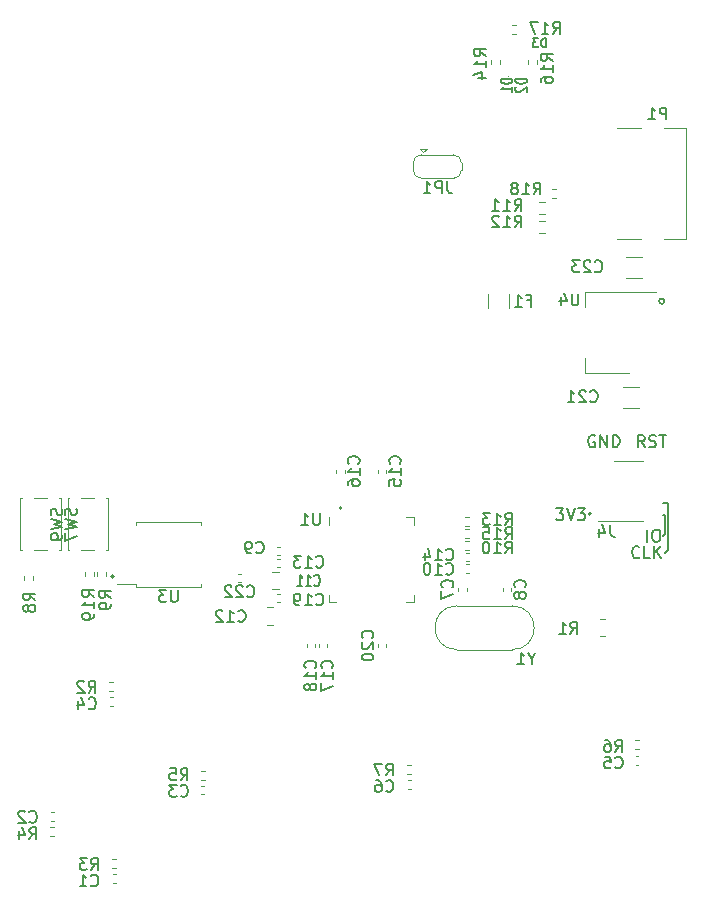
<source format=gbo>
G04 #@! TF.GenerationSoftware,KiCad,Pcbnew,5.1.9+dfsg1-1*
G04 #@! TF.CreationDate,2022-06-11T22:33:06-07:00*
G04 #@! TF.ProjectId,keygame,6b657967-616d-4652-9e6b-696361645f70,rev?*
G04 #@! TF.SameCoordinates,Original*
G04 #@! TF.FileFunction,Legend,Bot*
G04 #@! TF.FilePolarity,Positive*
%FSLAX46Y46*%
G04 Gerber Fmt 4.6, Leading zero omitted, Abs format (unit mm)*
G04 Created by KiCad (PCBNEW 5.1.9+dfsg1-1) date 2022-06-11 22:33:06*
%MOMM*%
%LPD*%
G01*
G04 APERTURE LIST*
%ADD10C,0.150000*%
%ADD11C,0.120000*%
%ADD12C,0.100000*%
G04 APERTURE END LIST*
D10*
X188323607Y-40100000D02*
G75*
G03*
X188323607Y-40100000I-223607J0D01*
G01*
X141700000Y-63400000D02*
G75*
G03*
X141700000Y-63400000I-100000J0D01*
G01*
X161000000Y-57600000D02*
G75*
G03*
X161000000Y-57600000I-100000J0D01*
G01*
X182100000Y-58100000D02*
G75*
G03*
X182100000Y-58100000I-100000J0D01*
G01*
X179161904Y-57652380D02*
X179780952Y-57652380D01*
X179447619Y-58033333D01*
X179590476Y-58033333D01*
X179685714Y-58080952D01*
X179733333Y-58128571D01*
X179780952Y-58223809D01*
X179780952Y-58461904D01*
X179733333Y-58557142D01*
X179685714Y-58604761D01*
X179590476Y-58652380D01*
X179304761Y-58652380D01*
X179209523Y-58604761D01*
X179161904Y-58557142D01*
X180066666Y-57652380D02*
X180400000Y-58652380D01*
X180733333Y-57652380D01*
X180971428Y-57652380D02*
X181590476Y-57652380D01*
X181257142Y-58033333D01*
X181400000Y-58033333D01*
X181495238Y-58080952D01*
X181542857Y-58128571D01*
X181590476Y-58223809D01*
X181590476Y-58461904D01*
X181542857Y-58557142D01*
X181495238Y-58604761D01*
X181400000Y-58652380D01*
X181114285Y-58652380D01*
X181019047Y-58604761D01*
X180971428Y-58557142D01*
X182438095Y-51500000D02*
X182342857Y-51452380D01*
X182200000Y-51452380D01*
X182057142Y-51500000D01*
X181961904Y-51595238D01*
X181914285Y-51690476D01*
X181866666Y-51880952D01*
X181866666Y-52023809D01*
X181914285Y-52214285D01*
X181961904Y-52309523D01*
X182057142Y-52404761D01*
X182200000Y-52452380D01*
X182295238Y-52452380D01*
X182438095Y-52404761D01*
X182485714Y-52357142D01*
X182485714Y-52023809D01*
X182295238Y-52023809D01*
X182914285Y-52452380D02*
X182914285Y-51452380D01*
X183485714Y-52452380D01*
X183485714Y-51452380D01*
X183961904Y-52452380D02*
X183961904Y-51452380D01*
X184200000Y-51452380D01*
X184342857Y-51500000D01*
X184438095Y-51595238D01*
X184485714Y-51690476D01*
X184533333Y-51880952D01*
X184533333Y-52023809D01*
X184485714Y-52214285D01*
X184438095Y-52309523D01*
X184342857Y-52404761D01*
X184200000Y-52452380D01*
X183961904Y-52452380D01*
X186652380Y-52452380D02*
X186319047Y-51976190D01*
X186080952Y-52452380D02*
X186080952Y-51452380D01*
X186461904Y-51452380D01*
X186557142Y-51500000D01*
X186604761Y-51547619D01*
X186652380Y-51642857D01*
X186652380Y-51785714D01*
X186604761Y-51880952D01*
X186557142Y-51928571D01*
X186461904Y-51976190D01*
X186080952Y-51976190D01*
X187033333Y-52404761D02*
X187176190Y-52452380D01*
X187414285Y-52452380D01*
X187509523Y-52404761D01*
X187557142Y-52357142D01*
X187604761Y-52261904D01*
X187604761Y-52166666D01*
X187557142Y-52071428D01*
X187509523Y-52023809D01*
X187414285Y-51976190D01*
X187223809Y-51928571D01*
X187128571Y-51880952D01*
X187080952Y-51833333D01*
X187033333Y-51738095D01*
X187033333Y-51642857D01*
X187080952Y-51547619D01*
X187128571Y-51500000D01*
X187223809Y-51452380D01*
X187461904Y-51452380D01*
X187604761Y-51500000D01*
X187890476Y-51452380D02*
X188461904Y-51452380D01*
X188176190Y-52452380D02*
X188176190Y-51452380D01*
X188400000Y-58200000D02*
X188200000Y-58200000D01*
X188600000Y-57200000D02*
X188200000Y-57200000D01*
X188600000Y-61200000D02*
X188600000Y-57200000D01*
X188400000Y-61400000D02*
X188600000Y-61200000D01*
X188400000Y-59800000D02*
X188400000Y-58200000D01*
X188200000Y-60000000D02*
X188400000Y-59800000D01*
X186204761Y-61757142D02*
X186157142Y-61804761D01*
X186014285Y-61852380D01*
X185919047Y-61852380D01*
X185776190Y-61804761D01*
X185680952Y-61709523D01*
X185633333Y-61614285D01*
X185585714Y-61423809D01*
X185585714Y-61280952D01*
X185633333Y-61090476D01*
X185680952Y-60995238D01*
X185776190Y-60900000D01*
X185919047Y-60852380D01*
X186014285Y-60852380D01*
X186157142Y-60900000D01*
X186204761Y-60947619D01*
X187109523Y-61852380D02*
X186633333Y-61852380D01*
X186633333Y-60852380D01*
X187442857Y-61852380D02*
X187442857Y-60852380D01*
X188014285Y-61852380D02*
X187585714Y-61280952D01*
X188014285Y-60852380D02*
X187442857Y-61423809D01*
X186876190Y-60452380D02*
X186876190Y-59452380D01*
X187542857Y-59452380D02*
X187733333Y-59452380D01*
X187828571Y-59500000D01*
X187923809Y-59595238D01*
X187971428Y-59785714D01*
X187971428Y-60119047D01*
X187923809Y-60309523D01*
X187828571Y-60404761D01*
X187733333Y-60452380D01*
X187542857Y-60452380D01*
X187447619Y-60404761D01*
X187352380Y-60309523D01*
X187304761Y-60119047D01*
X187304761Y-59785714D01*
X187352380Y-59595238D01*
X187447619Y-59500000D01*
X187542857Y-59452380D01*
D11*
G04 #@! TO.C,SW9*
X137920000Y-61200000D02*
X137800000Y-61200000D01*
X140070000Y-61200000D02*
X138930000Y-61200000D01*
X141200000Y-61200000D02*
X141080000Y-61200000D01*
X141200000Y-56800000D02*
X141200000Y-61200000D01*
X141080000Y-56800000D02*
X141200000Y-56800000D01*
X138930000Y-56800000D02*
X140070000Y-56800000D01*
X137800000Y-56800000D02*
X137920000Y-56800000D01*
X137800000Y-61200000D02*
X137800000Y-56800000D01*
G04 #@! TO.C,SW7*
X137200000Y-56800000D02*
X137200000Y-61200000D01*
X137200000Y-61200000D02*
X137080000Y-61200000D01*
X136070000Y-61200000D02*
X134930000Y-61200000D01*
X133920000Y-61200000D02*
X133800000Y-61200000D01*
X133800000Y-61200000D02*
X133800000Y-56800000D01*
X133800000Y-56800000D02*
X133920000Y-56800000D01*
X134930000Y-56800000D02*
X136070000Y-56800000D01*
X137080000Y-56800000D02*
X137200000Y-56800000D01*
G04 #@! TO.C,C1*
X141865835Y-88640000D02*
X141634165Y-88640000D01*
X141865835Y-89360000D02*
X141634165Y-89360000D01*
G04 #@! TO.C,C2*
X136384165Y-83390000D02*
X136615835Y-83390000D01*
X136384165Y-84110000D02*
X136615835Y-84110000D01*
G04 #@! TO.C,C3*
X149340835Y-81140000D02*
X149109165Y-81140000D01*
X149340835Y-81860000D02*
X149109165Y-81860000D01*
G04 #@! TO.C,C4*
X141615835Y-73640000D02*
X141384165Y-73640000D01*
X141615835Y-74360000D02*
X141384165Y-74360000D01*
G04 #@! TO.C,C5*
X186115835Y-79360000D02*
X185884165Y-79360000D01*
X186115835Y-78640000D02*
X185884165Y-78640000D01*
G04 #@! TO.C,C6*
X166865835Y-80640000D02*
X166634165Y-80640000D01*
X166865835Y-81360000D02*
X166634165Y-81360000D01*
G04 #@! TO.C,C9*
X155765835Y-61610000D02*
X155534165Y-61610000D01*
X155765835Y-60890000D02*
X155534165Y-60890000D01*
G04 #@! TO.C,C10*
X171534165Y-63110000D02*
X171765835Y-63110000D01*
X171534165Y-62390000D02*
X171765835Y-62390000D01*
G04 #@! TO.C,C11*
X155661252Y-63015000D02*
X155138748Y-63015000D01*
X155661252Y-64485000D02*
X155138748Y-64485000D01*
G04 #@! TO.C,C12*
X155161252Y-67485000D02*
X154638748Y-67485000D01*
X155161252Y-66015000D02*
X154638748Y-66015000D01*
G04 #@! TO.C,C13*
X155765835Y-61890000D02*
X155534165Y-61890000D01*
X155765835Y-62610000D02*
X155534165Y-62610000D01*
G04 #@! TO.C,C14*
X171534165Y-61390000D02*
X171765835Y-61390000D01*
X171534165Y-62110000D02*
X171765835Y-62110000D01*
G04 #@! TO.C,C15*
X164760000Y-54615835D02*
X164760000Y-54384165D01*
X164040000Y-54615835D02*
X164040000Y-54384165D01*
G04 #@! TO.C,C16*
X160540000Y-54615835D02*
X160540000Y-54384165D01*
X161260000Y-54615835D02*
X161260000Y-54384165D01*
G04 #@! TO.C,C17*
X159760000Y-69134165D02*
X159760000Y-69365835D01*
X159040000Y-69134165D02*
X159040000Y-69365835D01*
G04 #@! TO.C,C18*
X158040000Y-69134165D02*
X158040000Y-69365835D01*
X158760000Y-69134165D02*
X158760000Y-69365835D01*
G04 #@! TO.C,C19*
X155765835Y-65610000D02*
X155534165Y-65610000D01*
X155765835Y-64890000D02*
X155534165Y-64890000D01*
G04 #@! TO.C,C20*
X164040000Y-69134165D02*
X164040000Y-69365835D01*
X164760000Y-69134165D02*
X164760000Y-69365835D01*
G04 #@! TO.C,C22*
X152234165Y-63190000D02*
X152465835Y-63190000D01*
X152234165Y-63910000D02*
X152465835Y-63910000D01*
G04 #@! TO.C,J4*
X184090000Y-58730000D02*
X186510000Y-58730000D01*
X184090000Y-53610000D02*
X186510000Y-53610000D01*
X182710000Y-58680000D02*
X184090000Y-58680000D01*
X184090000Y-58730000D02*
X184090000Y-58680000D01*
X186510000Y-58730000D02*
X186510000Y-58680000D01*
X184090000Y-53660000D02*
X184090000Y-53610000D01*
X186510000Y-53660000D02*
X186510000Y-53610000D01*
G04 #@! TO.C,JP1*
X167900000Y-27500000D02*
X168200000Y-27200000D01*
X167600000Y-27200000D02*
X168200000Y-27200000D01*
X167900000Y-27500000D02*
X167600000Y-27200000D01*
X167050000Y-28400000D02*
X167050000Y-29000000D01*
X170500000Y-27700000D02*
X167700000Y-27700000D01*
X171150000Y-29000000D02*
X171150000Y-28400000D01*
X167700000Y-29700000D02*
X170500000Y-29700000D01*
X170450000Y-29700000D02*
G75*
G03*
X171150000Y-29000000I0J700000D01*
G01*
X171150000Y-28400000D02*
G75*
G03*
X170450000Y-27700000I-700000J0D01*
G01*
X167750000Y-27700000D02*
G75*
G03*
X167050000Y-28400000I0J-700000D01*
G01*
X167050000Y-29000000D02*
G75*
G03*
X167750000Y-29700000I700000J0D01*
G01*
G04 #@! TO.C,R1*
X182852936Y-68465000D02*
X183307064Y-68465000D01*
X182852936Y-66995000D02*
X183307064Y-66995000D01*
G04 #@! TO.C,R2*
X141667621Y-72370000D02*
X141332379Y-72370000D01*
X141667621Y-73130000D02*
X141332379Y-73130000D01*
G04 #@! TO.C,R3*
X141917621Y-87370000D02*
X141582379Y-87370000D01*
X141917621Y-88130000D02*
X141582379Y-88130000D01*
G04 #@! TO.C,R4*
X136332379Y-85380000D02*
X136667621Y-85380000D01*
X136332379Y-84620000D02*
X136667621Y-84620000D01*
G04 #@! TO.C,R5*
X149417621Y-79870000D02*
X149082379Y-79870000D01*
X149417621Y-80630000D02*
X149082379Y-80630000D01*
G04 #@! TO.C,R6*
X186167621Y-78050000D02*
X185832379Y-78050000D01*
X186167621Y-77290000D02*
X185832379Y-77290000D01*
G04 #@! TO.C,R7*
X166892621Y-79370000D02*
X166557379Y-79370000D01*
X166892621Y-80130000D02*
X166557379Y-80130000D01*
G04 #@! TO.C,R8*
X134880000Y-63667621D02*
X134880000Y-63332379D01*
X134120000Y-63667621D02*
X134120000Y-63332379D01*
G04 #@! TO.C,R9*
X140320000Y-63367621D02*
X140320000Y-63032379D01*
X141080000Y-63367621D02*
X141080000Y-63032379D01*
G04 #@! TO.C,R10*
X171817621Y-61130000D02*
X171482379Y-61130000D01*
X171817621Y-60370000D02*
X171482379Y-60370000D01*
G04 #@! TO.C,R13*
X171817621Y-59130000D02*
X171482379Y-59130000D01*
X171817621Y-58370000D02*
X171482379Y-58370000D01*
G04 #@! TO.C,R15*
X171817621Y-60130000D02*
X171482379Y-60130000D01*
X171817621Y-59370000D02*
X171482379Y-59370000D01*
G04 #@! TO.C,R18*
X179167621Y-30620000D02*
X178832379Y-30620000D01*
X179167621Y-31380000D02*
X178832379Y-31380000D01*
G04 #@! TO.C,R19*
X140030000Y-63032379D02*
X140030000Y-63367621D01*
X139270000Y-63032379D02*
X139270000Y-63367621D01*
G04 #@! TO.C,U1*
X159890000Y-64960000D02*
X159890000Y-65610000D01*
X159890000Y-65610000D02*
X160540000Y-65610000D01*
X167110000Y-59040000D02*
X167110000Y-58390000D01*
X167110000Y-58390000D02*
X166460000Y-58390000D01*
X167110000Y-64960000D02*
X167110000Y-65610000D01*
X167110000Y-65610000D02*
X166460000Y-65610000D01*
X159890000Y-59040000D02*
X159890000Y-58390000D01*
G04 #@! TO.C,U3*
X146350000Y-58825000D02*
X149075000Y-58825000D01*
X149075000Y-58825000D02*
X149075000Y-59085000D01*
X146350000Y-58825000D02*
X143625000Y-58825000D01*
X143625000Y-58825000D02*
X143625000Y-59085000D01*
X146350000Y-64275000D02*
X149075000Y-64275000D01*
X149075000Y-64275000D02*
X149075000Y-64015000D01*
X146350000Y-64275000D02*
X143625000Y-64275000D01*
X143625000Y-64275000D02*
X143625000Y-64015000D01*
X143625000Y-64015000D02*
X141950000Y-64015000D01*
G04 #@! TO.C,U4*
X181590000Y-46160000D02*
X181590000Y-44900000D01*
X181590000Y-39340000D02*
X181590000Y-40600000D01*
X185350000Y-46160000D02*
X181590000Y-46160000D01*
X187600000Y-39340000D02*
X181590000Y-39340000D01*
G04 #@! TO.C,Y1*
X175450000Y-65900000D02*
X170750000Y-65900000D01*
X175450000Y-69600000D02*
X170750000Y-69600000D01*
X175450000Y-69600000D02*
G75*
G03*
X175450000Y-65900000I0J1850000D01*
G01*
X170750000Y-69600000D02*
G75*
G02*
X170750000Y-65900000I0J1850000D01*
G01*
G04 #@! TO.C,C7*
X171610000Y-64615835D02*
X171610000Y-64384165D01*
X170890000Y-64615835D02*
X170890000Y-64384165D01*
G04 #@! TO.C,C8*
X174640000Y-64615835D02*
X174640000Y-64384165D01*
X175360000Y-64615835D02*
X175360000Y-64384165D01*
G04 #@! TO.C,P1*
X188250000Y-25410000D02*
X190150000Y-25410000D01*
X184350000Y-25410000D02*
X186350000Y-25410000D01*
X188250000Y-34810000D02*
X190150000Y-34810000D01*
X184350000Y-34810000D02*
X186350000Y-34810000D01*
X190150000Y-25410000D02*
X190150000Y-34810000D01*
D12*
G04 #@! TO.C,D1*
X175120000Y-21107500D02*
G75*
G03*
X175120000Y-21107500I-50000J0D01*
G01*
G04 #@! TO.C,D2*
X176170000Y-21105000D02*
G75*
G03*
X176170000Y-21105000I-50000J0D01*
G01*
G04 #@! TO.C,D3*
X176875000Y-18150000D02*
G75*
G03*
X176875000Y-18150000I-50000J0D01*
G01*
D11*
G04 #@! TO.C,R14*
X174400000Y-20027621D02*
X174400000Y-19692379D01*
X173640000Y-20027621D02*
X173640000Y-19692379D01*
G04 #@! TO.C,R16*
X176800000Y-20027621D02*
X176800000Y-19692379D01*
X177560000Y-20027621D02*
X177560000Y-19692379D01*
G04 #@! TO.C,R17*
X175727621Y-16700000D02*
X175392379Y-16700000D01*
X175727621Y-17460000D02*
X175392379Y-17460000D01*
G04 #@! TO.C,C21*
X186211252Y-49160000D02*
X184788748Y-49160000D01*
X186211252Y-47340000D02*
X184788748Y-47340000D01*
G04 #@! TO.C,C23*
X185038748Y-38160000D02*
X186461252Y-38160000D01*
X185038748Y-36340000D02*
X186461252Y-36340000D01*
G04 #@! TO.C,R11*
X178254724Y-32722500D02*
X177745276Y-32722500D01*
X178254724Y-31677500D02*
X177745276Y-31677500D01*
G04 #@! TO.C,R12*
X178254724Y-33277500D02*
X177745276Y-33277500D01*
X178254724Y-34322500D02*
X177745276Y-34322500D01*
G04 #@! TO.C,F1*
X175210000Y-40702064D02*
X175210000Y-39497936D01*
X173390000Y-40702064D02*
X173390000Y-39497936D01*
G04 #@! TO.C,SW9*
D10*
X137304761Y-57666666D02*
X137352380Y-57809523D01*
X137352380Y-58047619D01*
X137304761Y-58142857D01*
X137257142Y-58190476D01*
X137161904Y-58238095D01*
X137066666Y-58238095D01*
X136971428Y-58190476D01*
X136923809Y-58142857D01*
X136876190Y-58047619D01*
X136828571Y-57857142D01*
X136780952Y-57761904D01*
X136733333Y-57714285D01*
X136638095Y-57666666D01*
X136542857Y-57666666D01*
X136447619Y-57714285D01*
X136400000Y-57761904D01*
X136352380Y-57857142D01*
X136352380Y-58095238D01*
X136400000Y-58238095D01*
X136352380Y-58571428D02*
X137352380Y-58809523D01*
X136638095Y-59000000D01*
X137352380Y-59190476D01*
X136352380Y-59428571D01*
X137352380Y-59857142D02*
X137352380Y-60047619D01*
X137304761Y-60142857D01*
X137257142Y-60190476D01*
X137114285Y-60285714D01*
X136923809Y-60333333D01*
X136542857Y-60333333D01*
X136447619Y-60285714D01*
X136400000Y-60238095D01*
X136352380Y-60142857D01*
X136352380Y-59952380D01*
X136400000Y-59857142D01*
X136447619Y-59809523D01*
X136542857Y-59761904D01*
X136780952Y-59761904D01*
X136876190Y-59809523D01*
X136923809Y-59857142D01*
X136971428Y-59952380D01*
X136971428Y-60142857D01*
X136923809Y-60238095D01*
X136876190Y-60285714D01*
X136780952Y-60333333D01*
G04 #@! TO.C,SW7*
X138504761Y-57666666D02*
X138552380Y-57809523D01*
X138552380Y-58047619D01*
X138504761Y-58142857D01*
X138457142Y-58190476D01*
X138361904Y-58238095D01*
X138266666Y-58238095D01*
X138171428Y-58190476D01*
X138123809Y-58142857D01*
X138076190Y-58047619D01*
X138028571Y-57857142D01*
X137980952Y-57761904D01*
X137933333Y-57714285D01*
X137838095Y-57666666D01*
X137742857Y-57666666D01*
X137647619Y-57714285D01*
X137600000Y-57761904D01*
X137552380Y-57857142D01*
X137552380Y-58095238D01*
X137600000Y-58238095D01*
X137552380Y-58571428D02*
X138552380Y-58809523D01*
X137838095Y-59000000D01*
X138552380Y-59190476D01*
X137552380Y-59428571D01*
X137552380Y-59714285D02*
X137552380Y-60380952D01*
X138552380Y-59952380D01*
G04 #@! TO.C,C1*
X139766666Y-89557142D02*
X139814285Y-89604761D01*
X139957142Y-89652380D01*
X140052380Y-89652380D01*
X140195238Y-89604761D01*
X140290476Y-89509523D01*
X140338095Y-89414285D01*
X140385714Y-89223809D01*
X140385714Y-89080952D01*
X140338095Y-88890476D01*
X140290476Y-88795238D01*
X140195238Y-88700000D01*
X140052380Y-88652380D01*
X139957142Y-88652380D01*
X139814285Y-88700000D01*
X139766666Y-88747619D01*
X138814285Y-89652380D02*
X139385714Y-89652380D01*
X139100000Y-89652380D02*
X139100000Y-88652380D01*
X139195238Y-88795238D01*
X139290476Y-88890476D01*
X139385714Y-88938095D01*
G04 #@! TO.C,C2*
X134566666Y-84157142D02*
X134614285Y-84204761D01*
X134757142Y-84252380D01*
X134852380Y-84252380D01*
X134995238Y-84204761D01*
X135090476Y-84109523D01*
X135138095Y-84014285D01*
X135185714Y-83823809D01*
X135185714Y-83680952D01*
X135138095Y-83490476D01*
X135090476Y-83395238D01*
X134995238Y-83300000D01*
X134852380Y-83252380D01*
X134757142Y-83252380D01*
X134614285Y-83300000D01*
X134566666Y-83347619D01*
X134185714Y-83347619D02*
X134138095Y-83300000D01*
X134042857Y-83252380D01*
X133804761Y-83252380D01*
X133709523Y-83300000D01*
X133661904Y-83347619D01*
X133614285Y-83442857D01*
X133614285Y-83538095D01*
X133661904Y-83680952D01*
X134233333Y-84252380D01*
X133614285Y-84252380D01*
G04 #@! TO.C,C3*
X147366666Y-81957142D02*
X147414285Y-82004761D01*
X147557142Y-82052380D01*
X147652380Y-82052380D01*
X147795238Y-82004761D01*
X147890476Y-81909523D01*
X147938095Y-81814285D01*
X147985714Y-81623809D01*
X147985714Y-81480952D01*
X147938095Y-81290476D01*
X147890476Y-81195238D01*
X147795238Y-81100000D01*
X147652380Y-81052380D01*
X147557142Y-81052380D01*
X147414285Y-81100000D01*
X147366666Y-81147619D01*
X147033333Y-81052380D02*
X146414285Y-81052380D01*
X146747619Y-81433333D01*
X146604761Y-81433333D01*
X146509523Y-81480952D01*
X146461904Y-81528571D01*
X146414285Y-81623809D01*
X146414285Y-81861904D01*
X146461904Y-81957142D01*
X146509523Y-82004761D01*
X146604761Y-82052380D01*
X146890476Y-82052380D01*
X146985714Y-82004761D01*
X147033333Y-81957142D01*
G04 #@! TO.C,C4*
X139566666Y-74557142D02*
X139614285Y-74604761D01*
X139757142Y-74652380D01*
X139852380Y-74652380D01*
X139995238Y-74604761D01*
X140090476Y-74509523D01*
X140138095Y-74414285D01*
X140185714Y-74223809D01*
X140185714Y-74080952D01*
X140138095Y-73890476D01*
X140090476Y-73795238D01*
X139995238Y-73700000D01*
X139852380Y-73652380D01*
X139757142Y-73652380D01*
X139614285Y-73700000D01*
X139566666Y-73747619D01*
X138709523Y-73985714D02*
X138709523Y-74652380D01*
X138947619Y-73604761D02*
X139185714Y-74319047D01*
X138566666Y-74319047D01*
G04 #@! TO.C,C5*
X184166666Y-79557142D02*
X184214285Y-79604761D01*
X184357142Y-79652380D01*
X184452380Y-79652380D01*
X184595238Y-79604761D01*
X184690476Y-79509523D01*
X184738095Y-79414285D01*
X184785714Y-79223809D01*
X184785714Y-79080952D01*
X184738095Y-78890476D01*
X184690476Y-78795238D01*
X184595238Y-78700000D01*
X184452380Y-78652380D01*
X184357142Y-78652380D01*
X184214285Y-78700000D01*
X184166666Y-78747619D01*
X183261904Y-78652380D02*
X183738095Y-78652380D01*
X183785714Y-79128571D01*
X183738095Y-79080952D01*
X183642857Y-79033333D01*
X183404761Y-79033333D01*
X183309523Y-79080952D01*
X183261904Y-79128571D01*
X183214285Y-79223809D01*
X183214285Y-79461904D01*
X183261904Y-79557142D01*
X183309523Y-79604761D01*
X183404761Y-79652380D01*
X183642857Y-79652380D01*
X183738095Y-79604761D01*
X183785714Y-79557142D01*
G04 #@! TO.C,C6*
X164766666Y-81557142D02*
X164814285Y-81604761D01*
X164957142Y-81652380D01*
X165052380Y-81652380D01*
X165195238Y-81604761D01*
X165290476Y-81509523D01*
X165338095Y-81414285D01*
X165385714Y-81223809D01*
X165385714Y-81080952D01*
X165338095Y-80890476D01*
X165290476Y-80795238D01*
X165195238Y-80700000D01*
X165052380Y-80652380D01*
X164957142Y-80652380D01*
X164814285Y-80700000D01*
X164766666Y-80747619D01*
X163909523Y-80652380D02*
X164100000Y-80652380D01*
X164195238Y-80700000D01*
X164242857Y-80747619D01*
X164338095Y-80890476D01*
X164385714Y-81080952D01*
X164385714Y-81461904D01*
X164338095Y-81557142D01*
X164290476Y-81604761D01*
X164195238Y-81652380D01*
X164004761Y-81652380D01*
X163909523Y-81604761D01*
X163861904Y-81557142D01*
X163814285Y-81461904D01*
X163814285Y-81223809D01*
X163861904Y-81128571D01*
X163909523Y-81080952D01*
X164004761Y-81033333D01*
X164195238Y-81033333D01*
X164290476Y-81080952D01*
X164338095Y-81128571D01*
X164385714Y-81223809D01*
G04 #@! TO.C,C9*
X153766666Y-61357142D02*
X153814285Y-61404761D01*
X153957142Y-61452380D01*
X154052380Y-61452380D01*
X154195238Y-61404761D01*
X154290476Y-61309523D01*
X154338095Y-61214285D01*
X154385714Y-61023809D01*
X154385714Y-60880952D01*
X154338095Y-60690476D01*
X154290476Y-60595238D01*
X154195238Y-60500000D01*
X154052380Y-60452380D01*
X153957142Y-60452380D01*
X153814285Y-60500000D01*
X153766666Y-60547619D01*
X153290476Y-61452380D02*
X153100000Y-61452380D01*
X153004761Y-61404761D01*
X152957142Y-61357142D01*
X152861904Y-61214285D01*
X152814285Y-61023809D01*
X152814285Y-60642857D01*
X152861904Y-60547619D01*
X152909523Y-60500000D01*
X153004761Y-60452380D01*
X153195238Y-60452380D01*
X153290476Y-60500000D01*
X153338095Y-60547619D01*
X153385714Y-60642857D01*
X153385714Y-60880952D01*
X153338095Y-60976190D01*
X153290476Y-61023809D01*
X153195238Y-61071428D01*
X153004761Y-61071428D01*
X152909523Y-61023809D01*
X152861904Y-60976190D01*
X152814285Y-60880952D01*
G04 #@! TO.C,C10*
X169842857Y-63157142D02*
X169890476Y-63204761D01*
X170033333Y-63252380D01*
X170128571Y-63252380D01*
X170271428Y-63204761D01*
X170366666Y-63109523D01*
X170414285Y-63014285D01*
X170461904Y-62823809D01*
X170461904Y-62680952D01*
X170414285Y-62490476D01*
X170366666Y-62395238D01*
X170271428Y-62300000D01*
X170128571Y-62252380D01*
X170033333Y-62252380D01*
X169890476Y-62300000D01*
X169842857Y-62347619D01*
X168890476Y-63252380D02*
X169461904Y-63252380D01*
X169176190Y-63252380D02*
X169176190Y-62252380D01*
X169271428Y-62395238D01*
X169366666Y-62490476D01*
X169461904Y-62538095D01*
X168271428Y-62252380D02*
X168176190Y-62252380D01*
X168080952Y-62300000D01*
X168033333Y-62347619D01*
X167985714Y-62442857D01*
X167938095Y-62633333D01*
X167938095Y-62871428D01*
X167985714Y-63061904D01*
X168033333Y-63157142D01*
X168080952Y-63204761D01*
X168176190Y-63252380D01*
X168271428Y-63252380D01*
X168366666Y-63204761D01*
X168414285Y-63157142D01*
X168461904Y-63061904D01*
X168509523Y-62871428D01*
X168509523Y-62633333D01*
X168461904Y-62442857D01*
X168414285Y-62347619D01*
X168366666Y-62300000D01*
X168271428Y-62252380D01*
G04 #@! TO.C,C11*
X158682142Y-64157142D02*
X158717857Y-64204761D01*
X158825000Y-64252380D01*
X158896428Y-64252380D01*
X159003571Y-64204761D01*
X159075000Y-64109523D01*
X159110714Y-64014285D01*
X159146428Y-63823809D01*
X159146428Y-63680952D01*
X159110714Y-63490476D01*
X159075000Y-63395238D01*
X159003571Y-63300000D01*
X158896428Y-63252380D01*
X158825000Y-63252380D01*
X158717857Y-63300000D01*
X158682142Y-63347619D01*
X157967857Y-64252380D02*
X158396428Y-64252380D01*
X158182142Y-64252380D02*
X158182142Y-63252380D01*
X158253571Y-63395238D01*
X158325000Y-63490476D01*
X158396428Y-63538095D01*
X157253571Y-64252380D02*
X157682142Y-64252380D01*
X157467857Y-64252380D02*
X157467857Y-63252380D01*
X157539285Y-63395238D01*
X157610714Y-63490476D01*
X157682142Y-63538095D01*
G04 #@! TO.C,C12*
X152242857Y-67157142D02*
X152290476Y-67204761D01*
X152433333Y-67252380D01*
X152528571Y-67252380D01*
X152671428Y-67204761D01*
X152766666Y-67109523D01*
X152814285Y-67014285D01*
X152861904Y-66823809D01*
X152861904Y-66680952D01*
X152814285Y-66490476D01*
X152766666Y-66395238D01*
X152671428Y-66300000D01*
X152528571Y-66252380D01*
X152433333Y-66252380D01*
X152290476Y-66300000D01*
X152242857Y-66347619D01*
X151290476Y-67252380D02*
X151861904Y-67252380D01*
X151576190Y-67252380D02*
X151576190Y-66252380D01*
X151671428Y-66395238D01*
X151766666Y-66490476D01*
X151861904Y-66538095D01*
X150909523Y-66347619D02*
X150861904Y-66300000D01*
X150766666Y-66252380D01*
X150528571Y-66252380D01*
X150433333Y-66300000D01*
X150385714Y-66347619D01*
X150338095Y-66442857D01*
X150338095Y-66538095D01*
X150385714Y-66680952D01*
X150957142Y-67252380D01*
X150338095Y-67252380D01*
G04 #@! TO.C,C13*
X158842857Y-62557142D02*
X158890476Y-62604761D01*
X159033333Y-62652380D01*
X159128571Y-62652380D01*
X159271428Y-62604761D01*
X159366666Y-62509523D01*
X159414285Y-62414285D01*
X159461904Y-62223809D01*
X159461904Y-62080952D01*
X159414285Y-61890476D01*
X159366666Y-61795238D01*
X159271428Y-61700000D01*
X159128571Y-61652380D01*
X159033333Y-61652380D01*
X158890476Y-61700000D01*
X158842857Y-61747619D01*
X157890476Y-62652380D02*
X158461904Y-62652380D01*
X158176190Y-62652380D02*
X158176190Y-61652380D01*
X158271428Y-61795238D01*
X158366666Y-61890476D01*
X158461904Y-61938095D01*
X157557142Y-61652380D02*
X156938095Y-61652380D01*
X157271428Y-62033333D01*
X157128571Y-62033333D01*
X157033333Y-62080952D01*
X156985714Y-62128571D01*
X156938095Y-62223809D01*
X156938095Y-62461904D01*
X156985714Y-62557142D01*
X157033333Y-62604761D01*
X157128571Y-62652380D01*
X157414285Y-62652380D01*
X157509523Y-62604761D01*
X157557142Y-62557142D01*
G04 #@! TO.C,C14*
X169842857Y-61957142D02*
X169890476Y-62004761D01*
X170033333Y-62052380D01*
X170128571Y-62052380D01*
X170271428Y-62004761D01*
X170366666Y-61909523D01*
X170414285Y-61814285D01*
X170461904Y-61623809D01*
X170461904Y-61480952D01*
X170414285Y-61290476D01*
X170366666Y-61195238D01*
X170271428Y-61100000D01*
X170128571Y-61052380D01*
X170033333Y-61052380D01*
X169890476Y-61100000D01*
X169842857Y-61147619D01*
X168890476Y-62052380D02*
X169461904Y-62052380D01*
X169176190Y-62052380D02*
X169176190Y-61052380D01*
X169271428Y-61195238D01*
X169366666Y-61290476D01*
X169461904Y-61338095D01*
X168033333Y-61385714D02*
X168033333Y-62052380D01*
X168271428Y-61004761D02*
X168509523Y-61719047D01*
X167890476Y-61719047D01*
G04 #@! TO.C,C15*
X165917142Y-53857142D02*
X165964761Y-53809523D01*
X166012380Y-53666666D01*
X166012380Y-53571428D01*
X165964761Y-53428571D01*
X165869523Y-53333333D01*
X165774285Y-53285714D01*
X165583809Y-53238095D01*
X165440952Y-53238095D01*
X165250476Y-53285714D01*
X165155238Y-53333333D01*
X165060000Y-53428571D01*
X165012380Y-53571428D01*
X165012380Y-53666666D01*
X165060000Y-53809523D01*
X165107619Y-53857142D01*
X166012380Y-54809523D02*
X166012380Y-54238095D01*
X166012380Y-54523809D02*
X165012380Y-54523809D01*
X165155238Y-54428571D01*
X165250476Y-54333333D01*
X165298095Y-54238095D01*
X165012380Y-55714285D02*
X165012380Y-55238095D01*
X165488571Y-55190476D01*
X165440952Y-55238095D01*
X165393333Y-55333333D01*
X165393333Y-55571428D01*
X165440952Y-55666666D01*
X165488571Y-55714285D01*
X165583809Y-55761904D01*
X165821904Y-55761904D01*
X165917142Y-55714285D01*
X165964761Y-55666666D01*
X166012380Y-55571428D01*
X166012380Y-55333333D01*
X165964761Y-55238095D01*
X165917142Y-55190476D01*
G04 #@! TO.C,C16*
X162417142Y-53857142D02*
X162464761Y-53809523D01*
X162512380Y-53666666D01*
X162512380Y-53571428D01*
X162464761Y-53428571D01*
X162369523Y-53333333D01*
X162274285Y-53285714D01*
X162083809Y-53238095D01*
X161940952Y-53238095D01*
X161750476Y-53285714D01*
X161655238Y-53333333D01*
X161560000Y-53428571D01*
X161512380Y-53571428D01*
X161512380Y-53666666D01*
X161560000Y-53809523D01*
X161607619Y-53857142D01*
X162512380Y-54809523D02*
X162512380Y-54238095D01*
X162512380Y-54523809D02*
X161512380Y-54523809D01*
X161655238Y-54428571D01*
X161750476Y-54333333D01*
X161798095Y-54238095D01*
X161512380Y-55666666D02*
X161512380Y-55476190D01*
X161560000Y-55380952D01*
X161607619Y-55333333D01*
X161750476Y-55238095D01*
X161940952Y-55190476D01*
X162321904Y-55190476D01*
X162417142Y-55238095D01*
X162464761Y-55285714D01*
X162512380Y-55380952D01*
X162512380Y-55571428D01*
X162464761Y-55666666D01*
X162417142Y-55714285D01*
X162321904Y-55761904D01*
X162083809Y-55761904D01*
X161988571Y-55714285D01*
X161940952Y-55666666D01*
X161893333Y-55571428D01*
X161893333Y-55380952D01*
X161940952Y-55285714D01*
X161988571Y-55238095D01*
X162083809Y-55190476D01*
G04 #@! TO.C,C17*
X160157142Y-71157142D02*
X160204761Y-71109523D01*
X160252380Y-70966666D01*
X160252380Y-70871428D01*
X160204761Y-70728571D01*
X160109523Y-70633333D01*
X160014285Y-70585714D01*
X159823809Y-70538095D01*
X159680952Y-70538095D01*
X159490476Y-70585714D01*
X159395238Y-70633333D01*
X159300000Y-70728571D01*
X159252380Y-70871428D01*
X159252380Y-70966666D01*
X159300000Y-71109523D01*
X159347619Y-71157142D01*
X160252380Y-72109523D02*
X160252380Y-71538095D01*
X160252380Y-71823809D02*
X159252380Y-71823809D01*
X159395238Y-71728571D01*
X159490476Y-71633333D01*
X159538095Y-71538095D01*
X159252380Y-72442857D02*
X159252380Y-73109523D01*
X160252380Y-72680952D01*
G04 #@! TO.C,C18*
X158757142Y-71157142D02*
X158804761Y-71109523D01*
X158852380Y-70966666D01*
X158852380Y-70871428D01*
X158804761Y-70728571D01*
X158709523Y-70633333D01*
X158614285Y-70585714D01*
X158423809Y-70538095D01*
X158280952Y-70538095D01*
X158090476Y-70585714D01*
X157995238Y-70633333D01*
X157900000Y-70728571D01*
X157852380Y-70871428D01*
X157852380Y-70966666D01*
X157900000Y-71109523D01*
X157947619Y-71157142D01*
X158852380Y-72109523D02*
X158852380Y-71538095D01*
X158852380Y-71823809D02*
X157852380Y-71823809D01*
X157995238Y-71728571D01*
X158090476Y-71633333D01*
X158138095Y-71538095D01*
X158280952Y-72680952D02*
X158233333Y-72585714D01*
X158185714Y-72538095D01*
X158090476Y-72490476D01*
X158042857Y-72490476D01*
X157947619Y-72538095D01*
X157900000Y-72585714D01*
X157852380Y-72680952D01*
X157852380Y-72871428D01*
X157900000Y-72966666D01*
X157947619Y-73014285D01*
X158042857Y-73061904D01*
X158090476Y-73061904D01*
X158185714Y-73014285D01*
X158233333Y-72966666D01*
X158280952Y-72871428D01*
X158280952Y-72680952D01*
X158328571Y-72585714D01*
X158376190Y-72538095D01*
X158471428Y-72490476D01*
X158661904Y-72490476D01*
X158757142Y-72538095D01*
X158804761Y-72585714D01*
X158852380Y-72680952D01*
X158852380Y-72871428D01*
X158804761Y-72966666D01*
X158757142Y-73014285D01*
X158661904Y-73061904D01*
X158471428Y-73061904D01*
X158376190Y-73014285D01*
X158328571Y-72966666D01*
X158280952Y-72871428D01*
G04 #@! TO.C,C19*
X158842857Y-65757142D02*
X158890476Y-65804761D01*
X159033333Y-65852380D01*
X159128571Y-65852380D01*
X159271428Y-65804761D01*
X159366666Y-65709523D01*
X159414285Y-65614285D01*
X159461904Y-65423809D01*
X159461904Y-65280952D01*
X159414285Y-65090476D01*
X159366666Y-64995238D01*
X159271428Y-64900000D01*
X159128571Y-64852380D01*
X159033333Y-64852380D01*
X158890476Y-64900000D01*
X158842857Y-64947619D01*
X157890476Y-65852380D02*
X158461904Y-65852380D01*
X158176190Y-65852380D02*
X158176190Y-64852380D01*
X158271428Y-64995238D01*
X158366666Y-65090476D01*
X158461904Y-65138095D01*
X157414285Y-65852380D02*
X157223809Y-65852380D01*
X157128571Y-65804761D01*
X157080952Y-65757142D01*
X156985714Y-65614285D01*
X156938095Y-65423809D01*
X156938095Y-65042857D01*
X156985714Y-64947619D01*
X157033333Y-64900000D01*
X157128571Y-64852380D01*
X157319047Y-64852380D01*
X157414285Y-64900000D01*
X157461904Y-64947619D01*
X157509523Y-65042857D01*
X157509523Y-65280952D01*
X157461904Y-65376190D01*
X157414285Y-65423809D01*
X157319047Y-65471428D01*
X157128571Y-65471428D01*
X157033333Y-65423809D01*
X156985714Y-65376190D01*
X156938095Y-65280952D01*
G04 #@! TO.C,C20*
X163597142Y-68607142D02*
X163644761Y-68559523D01*
X163692380Y-68416666D01*
X163692380Y-68321428D01*
X163644761Y-68178571D01*
X163549523Y-68083333D01*
X163454285Y-68035714D01*
X163263809Y-67988095D01*
X163120952Y-67988095D01*
X162930476Y-68035714D01*
X162835238Y-68083333D01*
X162740000Y-68178571D01*
X162692380Y-68321428D01*
X162692380Y-68416666D01*
X162740000Y-68559523D01*
X162787619Y-68607142D01*
X162787619Y-68988095D02*
X162740000Y-69035714D01*
X162692380Y-69130952D01*
X162692380Y-69369047D01*
X162740000Y-69464285D01*
X162787619Y-69511904D01*
X162882857Y-69559523D01*
X162978095Y-69559523D01*
X163120952Y-69511904D01*
X163692380Y-68940476D01*
X163692380Y-69559523D01*
X162692380Y-70178571D02*
X162692380Y-70273809D01*
X162740000Y-70369047D01*
X162787619Y-70416666D01*
X162882857Y-70464285D01*
X163073333Y-70511904D01*
X163311428Y-70511904D01*
X163501904Y-70464285D01*
X163597142Y-70416666D01*
X163644761Y-70369047D01*
X163692380Y-70273809D01*
X163692380Y-70178571D01*
X163644761Y-70083333D01*
X163597142Y-70035714D01*
X163501904Y-69988095D01*
X163311428Y-69940476D01*
X163073333Y-69940476D01*
X162882857Y-69988095D01*
X162787619Y-70035714D01*
X162740000Y-70083333D01*
X162692380Y-70178571D01*
G04 #@! TO.C,C22*
X152992857Y-65067142D02*
X153040476Y-65114761D01*
X153183333Y-65162380D01*
X153278571Y-65162380D01*
X153421428Y-65114761D01*
X153516666Y-65019523D01*
X153564285Y-64924285D01*
X153611904Y-64733809D01*
X153611904Y-64590952D01*
X153564285Y-64400476D01*
X153516666Y-64305238D01*
X153421428Y-64210000D01*
X153278571Y-64162380D01*
X153183333Y-64162380D01*
X153040476Y-64210000D01*
X152992857Y-64257619D01*
X152611904Y-64257619D02*
X152564285Y-64210000D01*
X152469047Y-64162380D01*
X152230952Y-64162380D01*
X152135714Y-64210000D01*
X152088095Y-64257619D01*
X152040476Y-64352857D01*
X152040476Y-64448095D01*
X152088095Y-64590952D01*
X152659523Y-65162380D01*
X152040476Y-65162380D01*
X151659523Y-64257619D02*
X151611904Y-64210000D01*
X151516666Y-64162380D01*
X151278571Y-64162380D01*
X151183333Y-64210000D01*
X151135714Y-64257619D01*
X151088095Y-64352857D01*
X151088095Y-64448095D01*
X151135714Y-64590952D01*
X151707142Y-65162380D01*
X151088095Y-65162380D01*
G04 #@! TO.C,J4*
X183733333Y-59052380D02*
X183733333Y-59766666D01*
X183780952Y-59909523D01*
X183876190Y-60004761D01*
X184019047Y-60052380D01*
X184114285Y-60052380D01*
X182828571Y-59385714D02*
X182828571Y-60052380D01*
X183066666Y-59004761D02*
X183304761Y-59719047D01*
X182685714Y-59719047D01*
G04 #@! TO.C,JP1*
X169933333Y-29952380D02*
X169933333Y-30666666D01*
X169980952Y-30809523D01*
X170076190Y-30904761D01*
X170219047Y-30952380D01*
X170314285Y-30952380D01*
X169457142Y-30952380D02*
X169457142Y-29952380D01*
X169076190Y-29952380D01*
X168980952Y-30000000D01*
X168933333Y-30047619D01*
X168885714Y-30142857D01*
X168885714Y-30285714D01*
X168933333Y-30380952D01*
X168980952Y-30428571D01*
X169076190Y-30476190D01*
X169457142Y-30476190D01*
X167933333Y-30952380D02*
X168504761Y-30952380D01*
X168219047Y-30952380D02*
X168219047Y-29952380D01*
X168314285Y-30095238D01*
X168409523Y-30190476D01*
X168504761Y-30238095D01*
G04 #@! TO.C,R1*
X180366666Y-68252380D02*
X180700000Y-67776190D01*
X180938095Y-68252380D02*
X180938095Y-67252380D01*
X180557142Y-67252380D01*
X180461904Y-67300000D01*
X180414285Y-67347619D01*
X180366666Y-67442857D01*
X180366666Y-67585714D01*
X180414285Y-67680952D01*
X180461904Y-67728571D01*
X180557142Y-67776190D01*
X180938095Y-67776190D01*
X179414285Y-68252380D02*
X179985714Y-68252380D01*
X179700000Y-68252380D02*
X179700000Y-67252380D01*
X179795238Y-67395238D01*
X179890476Y-67490476D01*
X179985714Y-67538095D01*
G04 #@! TO.C,R2*
X139566666Y-73252380D02*
X139900000Y-72776190D01*
X140138095Y-73252380D02*
X140138095Y-72252380D01*
X139757142Y-72252380D01*
X139661904Y-72300000D01*
X139614285Y-72347619D01*
X139566666Y-72442857D01*
X139566666Y-72585714D01*
X139614285Y-72680952D01*
X139661904Y-72728571D01*
X139757142Y-72776190D01*
X140138095Y-72776190D01*
X139185714Y-72347619D02*
X139138095Y-72300000D01*
X139042857Y-72252380D01*
X138804761Y-72252380D01*
X138709523Y-72300000D01*
X138661904Y-72347619D01*
X138614285Y-72442857D01*
X138614285Y-72538095D01*
X138661904Y-72680952D01*
X139233333Y-73252380D01*
X138614285Y-73252380D01*
G04 #@! TO.C,R3*
X139766666Y-88252380D02*
X140100000Y-87776190D01*
X140338095Y-88252380D02*
X140338095Y-87252380D01*
X139957142Y-87252380D01*
X139861904Y-87300000D01*
X139814285Y-87347619D01*
X139766666Y-87442857D01*
X139766666Y-87585714D01*
X139814285Y-87680952D01*
X139861904Y-87728571D01*
X139957142Y-87776190D01*
X140338095Y-87776190D01*
X139433333Y-87252380D02*
X138814285Y-87252380D01*
X139147619Y-87633333D01*
X139004761Y-87633333D01*
X138909523Y-87680952D01*
X138861904Y-87728571D01*
X138814285Y-87823809D01*
X138814285Y-88061904D01*
X138861904Y-88157142D01*
X138909523Y-88204761D01*
X139004761Y-88252380D01*
X139290476Y-88252380D01*
X139385714Y-88204761D01*
X139433333Y-88157142D01*
G04 #@! TO.C,R4*
X134566666Y-85652380D02*
X134900000Y-85176190D01*
X135138095Y-85652380D02*
X135138095Y-84652380D01*
X134757142Y-84652380D01*
X134661904Y-84700000D01*
X134614285Y-84747619D01*
X134566666Y-84842857D01*
X134566666Y-84985714D01*
X134614285Y-85080952D01*
X134661904Y-85128571D01*
X134757142Y-85176190D01*
X135138095Y-85176190D01*
X133709523Y-84985714D02*
X133709523Y-85652380D01*
X133947619Y-84604761D02*
X134185714Y-85319047D01*
X133566666Y-85319047D01*
G04 #@! TO.C,R5*
X147366666Y-80652380D02*
X147700000Y-80176190D01*
X147938095Y-80652380D02*
X147938095Y-79652380D01*
X147557142Y-79652380D01*
X147461904Y-79700000D01*
X147414285Y-79747619D01*
X147366666Y-79842857D01*
X147366666Y-79985714D01*
X147414285Y-80080952D01*
X147461904Y-80128571D01*
X147557142Y-80176190D01*
X147938095Y-80176190D01*
X146461904Y-79652380D02*
X146938095Y-79652380D01*
X146985714Y-80128571D01*
X146938095Y-80080952D01*
X146842857Y-80033333D01*
X146604761Y-80033333D01*
X146509523Y-80080952D01*
X146461904Y-80128571D01*
X146414285Y-80223809D01*
X146414285Y-80461904D01*
X146461904Y-80557142D01*
X146509523Y-80604761D01*
X146604761Y-80652380D01*
X146842857Y-80652380D01*
X146938095Y-80604761D01*
X146985714Y-80557142D01*
G04 #@! TO.C,R6*
X184166666Y-78252380D02*
X184500000Y-77776190D01*
X184738095Y-78252380D02*
X184738095Y-77252380D01*
X184357142Y-77252380D01*
X184261904Y-77300000D01*
X184214285Y-77347619D01*
X184166666Y-77442857D01*
X184166666Y-77585714D01*
X184214285Y-77680952D01*
X184261904Y-77728571D01*
X184357142Y-77776190D01*
X184738095Y-77776190D01*
X183309523Y-77252380D02*
X183500000Y-77252380D01*
X183595238Y-77300000D01*
X183642857Y-77347619D01*
X183738095Y-77490476D01*
X183785714Y-77680952D01*
X183785714Y-78061904D01*
X183738095Y-78157142D01*
X183690476Y-78204761D01*
X183595238Y-78252380D01*
X183404761Y-78252380D01*
X183309523Y-78204761D01*
X183261904Y-78157142D01*
X183214285Y-78061904D01*
X183214285Y-77823809D01*
X183261904Y-77728571D01*
X183309523Y-77680952D01*
X183404761Y-77633333D01*
X183595238Y-77633333D01*
X183690476Y-77680952D01*
X183738095Y-77728571D01*
X183785714Y-77823809D01*
G04 #@! TO.C,R7*
X164766666Y-80252380D02*
X165100000Y-79776190D01*
X165338095Y-80252380D02*
X165338095Y-79252380D01*
X164957142Y-79252380D01*
X164861904Y-79300000D01*
X164814285Y-79347619D01*
X164766666Y-79442857D01*
X164766666Y-79585714D01*
X164814285Y-79680952D01*
X164861904Y-79728571D01*
X164957142Y-79776190D01*
X165338095Y-79776190D01*
X164433333Y-79252380D02*
X163766666Y-79252380D01*
X164195238Y-80252380D01*
G04 #@! TO.C,R8*
X135052380Y-65433333D02*
X134576190Y-65100000D01*
X135052380Y-64861904D02*
X134052380Y-64861904D01*
X134052380Y-65242857D01*
X134100000Y-65338095D01*
X134147619Y-65385714D01*
X134242857Y-65433333D01*
X134385714Y-65433333D01*
X134480952Y-65385714D01*
X134528571Y-65338095D01*
X134576190Y-65242857D01*
X134576190Y-64861904D01*
X134480952Y-66004761D02*
X134433333Y-65909523D01*
X134385714Y-65861904D01*
X134290476Y-65814285D01*
X134242857Y-65814285D01*
X134147619Y-65861904D01*
X134100000Y-65909523D01*
X134052380Y-66004761D01*
X134052380Y-66195238D01*
X134100000Y-66290476D01*
X134147619Y-66338095D01*
X134242857Y-66385714D01*
X134290476Y-66385714D01*
X134385714Y-66338095D01*
X134433333Y-66290476D01*
X134480952Y-66195238D01*
X134480952Y-66004761D01*
X134528571Y-65909523D01*
X134576190Y-65861904D01*
X134671428Y-65814285D01*
X134861904Y-65814285D01*
X134957142Y-65861904D01*
X135004761Y-65909523D01*
X135052380Y-66004761D01*
X135052380Y-66195238D01*
X135004761Y-66290476D01*
X134957142Y-66338095D01*
X134861904Y-66385714D01*
X134671428Y-66385714D01*
X134576190Y-66338095D01*
X134528571Y-66290476D01*
X134480952Y-66195238D01*
G04 #@! TO.C,R9*
X141452380Y-65233333D02*
X140976190Y-64900000D01*
X141452380Y-64661904D02*
X140452380Y-64661904D01*
X140452380Y-65042857D01*
X140500000Y-65138095D01*
X140547619Y-65185714D01*
X140642857Y-65233333D01*
X140785714Y-65233333D01*
X140880952Y-65185714D01*
X140928571Y-65138095D01*
X140976190Y-65042857D01*
X140976190Y-64661904D01*
X141452380Y-65709523D02*
X141452380Y-65900000D01*
X141404761Y-65995238D01*
X141357142Y-66042857D01*
X141214285Y-66138095D01*
X141023809Y-66185714D01*
X140642857Y-66185714D01*
X140547619Y-66138095D01*
X140500000Y-66090476D01*
X140452380Y-65995238D01*
X140452380Y-65804761D01*
X140500000Y-65709523D01*
X140547619Y-65661904D01*
X140642857Y-65614285D01*
X140880952Y-65614285D01*
X140976190Y-65661904D01*
X141023809Y-65709523D01*
X141071428Y-65804761D01*
X141071428Y-65995238D01*
X141023809Y-66090476D01*
X140976190Y-66138095D01*
X140880952Y-66185714D01*
G04 #@! TO.C,R10*
X174842857Y-61452380D02*
X175176190Y-60976190D01*
X175414285Y-61452380D02*
X175414285Y-60452380D01*
X175033333Y-60452380D01*
X174938095Y-60500000D01*
X174890476Y-60547619D01*
X174842857Y-60642857D01*
X174842857Y-60785714D01*
X174890476Y-60880952D01*
X174938095Y-60928571D01*
X175033333Y-60976190D01*
X175414285Y-60976190D01*
X173890476Y-61452380D02*
X174461904Y-61452380D01*
X174176190Y-61452380D02*
X174176190Y-60452380D01*
X174271428Y-60595238D01*
X174366666Y-60690476D01*
X174461904Y-60738095D01*
X173271428Y-60452380D02*
X173176190Y-60452380D01*
X173080952Y-60500000D01*
X173033333Y-60547619D01*
X172985714Y-60642857D01*
X172938095Y-60833333D01*
X172938095Y-61071428D01*
X172985714Y-61261904D01*
X173033333Y-61357142D01*
X173080952Y-61404761D01*
X173176190Y-61452380D01*
X173271428Y-61452380D01*
X173366666Y-61404761D01*
X173414285Y-61357142D01*
X173461904Y-61261904D01*
X173509523Y-61071428D01*
X173509523Y-60833333D01*
X173461904Y-60642857D01*
X173414285Y-60547619D01*
X173366666Y-60500000D01*
X173271428Y-60452380D01*
G04 #@! TO.C,R13*
X174842857Y-59052380D02*
X175176190Y-58576190D01*
X175414285Y-59052380D02*
X175414285Y-58052380D01*
X175033333Y-58052380D01*
X174938095Y-58100000D01*
X174890476Y-58147619D01*
X174842857Y-58242857D01*
X174842857Y-58385714D01*
X174890476Y-58480952D01*
X174938095Y-58528571D01*
X175033333Y-58576190D01*
X175414285Y-58576190D01*
X173890476Y-59052380D02*
X174461904Y-59052380D01*
X174176190Y-59052380D02*
X174176190Y-58052380D01*
X174271428Y-58195238D01*
X174366666Y-58290476D01*
X174461904Y-58338095D01*
X173557142Y-58052380D02*
X172938095Y-58052380D01*
X173271428Y-58433333D01*
X173128571Y-58433333D01*
X173033333Y-58480952D01*
X172985714Y-58528571D01*
X172938095Y-58623809D01*
X172938095Y-58861904D01*
X172985714Y-58957142D01*
X173033333Y-59004761D01*
X173128571Y-59052380D01*
X173414285Y-59052380D01*
X173509523Y-59004761D01*
X173557142Y-58957142D01*
G04 #@! TO.C,R15*
X174842857Y-60252380D02*
X175176190Y-59776190D01*
X175414285Y-60252380D02*
X175414285Y-59252380D01*
X175033333Y-59252380D01*
X174938095Y-59300000D01*
X174890476Y-59347619D01*
X174842857Y-59442857D01*
X174842857Y-59585714D01*
X174890476Y-59680952D01*
X174938095Y-59728571D01*
X175033333Y-59776190D01*
X175414285Y-59776190D01*
X173890476Y-60252380D02*
X174461904Y-60252380D01*
X174176190Y-60252380D02*
X174176190Y-59252380D01*
X174271428Y-59395238D01*
X174366666Y-59490476D01*
X174461904Y-59538095D01*
X172985714Y-59252380D02*
X173461904Y-59252380D01*
X173509523Y-59728571D01*
X173461904Y-59680952D01*
X173366666Y-59633333D01*
X173128571Y-59633333D01*
X173033333Y-59680952D01*
X172985714Y-59728571D01*
X172938095Y-59823809D01*
X172938095Y-60061904D01*
X172985714Y-60157142D01*
X173033333Y-60204761D01*
X173128571Y-60252380D01*
X173366666Y-60252380D01*
X173461904Y-60204761D01*
X173509523Y-60157142D01*
G04 #@! TO.C,R18*
X177242857Y-31052380D02*
X177576190Y-30576190D01*
X177814285Y-31052380D02*
X177814285Y-30052380D01*
X177433333Y-30052380D01*
X177338095Y-30100000D01*
X177290476Y-30147619D01*
X177242857Y-30242857D01*
X177242857Y-30385714D01*
X177290476Y-30480952D01*
X177338095Y-30528571D01*
X177433333Y-30576190D01*
X177814285Y-30576190D01*
X176290476Y-31052380D02*
X176861904Y-31052380D01*
X176576190Y-31052380D02*
X176576190Y-30052380D01*
X176671428Y-30195238D01*
X176766666Y-30290476D01*
X176861904Y-30338095D01*
X175719047Y-30480952D02*
X175814285Y-30433333D01*
X175861904Y-30385714D01*
X175909523Y-30290476D01*
X175909523Y-30242857D01*
X175861904Y-30147619D01*
X175814285Y-30100000D01*
X175719047Y-30052380D01*
X175528571Y-30052380D01*
X175433333Y-30100000D01*
X175385714Y-30147619D01*
X175338095Y-30242857D01*
X175338095Y-30290476D01*
X175385714Y-30385714D01*
X175433333Y-30433333D01*
X175528571Y-30480952D01*
X175719047Y-30480952D01*
X175814285Y-30528571D01*
X175861904Y-30576190D01*
X175909523Y-30671428D01*
X175909523Y-30861904D01*
X175861904Y-30957142D01*
X175814285Y-31004761D01*
X175719047Y-31052380D01*
X175528571Y-31052380D01*
X175433333Y-31004761D01*
X175385714Y-30957142D01*
X175338095Y-30861904D01*
X175338095Y-30671428D01*
X175385714Y-30576190D01*
X175433333Y-30528571D01*
X175528571Y-30480952D01*
G04 #@! TO.C,R19*
X140052380Y-65157142D02*
X139576190Y-64823809D01*
X140052380Y-64585714D02*
X139052380Y-64585714D01*
X139052380Y-64966666D01*
X139100000Y-65061904D01*
X139147619Y-65109523D01*
X139242857Y-65157142D01*
X139385714Y-65157142D01*
X139480952Y-65109523D01*
X139528571Y-65061904D01*
X139576190Y-64966666D01*
X139576190Y-64585714D01*
X140052380Y-66109523D02*
X140052380Y-65538095D01*
X140052380Y-65823809D02*
X139052380Y-65823809D01*
X139195238Y-65728571D01*
X139290476Y-65633333D01*
X139338095Y-65538095D01*
X140052380Y-66585714D02*
X140052380Y-66776190D01*
X140004761Y-66871428D01*
X139957142Y-66919047D01*
X139814285Y-67014285D01*
X139623809Y-67061904D01*
X139242857Y-67061904D01*
X139147619Y-67014285D01*
X139100000Y-66966666D01*
X139052380Y-66871428D01*
X139052380Y-66680952D01*
X139100000Y-66585714D01*
X139147619Y-66538095D01*
X139242857Y-66490476D01*
X139480952Y-66490476D01*
X139576190Y-66538095D01*
X139623809Y-66585714D01*
X139671428Y-66680952D01*
X139671428Y-66871428D01*
X139623809Y-66966666D01*
X139576190Y-67014285D01*
X139480952Y-67061904D01*
G04 #@! TO.C,U1*
X159161904Y-58052380D02*
X159161904Y-58861904D01*
X159114285Y-58957142D01*
X159066666Y-59004761D01*
X158971428Y-59052380D01*
X158780952Y-59052380D01*
X158685714Y-59004761D01*
X158638095Y-58957142D01*
X158590476Y-58861904D01*
X158590476Y-58052380D01*
X157590476Y-59052380D02*
X158161904Y-59052380D01*
X157876190Y-59052380D02*
X157876190Y-58052380D01*
X157971428Y-58195238D01*
X158066666Y-58290476D01*
X158161904Y-58338095D01*
G04 #@! TO.C,U3*
X147111904Y-64562380D02*
X147111904Y-65371904D01*
X147064285Y-65467142D01*
X147016666Y-65514761D01*
X146921428Y-65562380D01*
X146730952Y-65562380D01*
X146635714Y-65514761D01*
X146588095Y-65467142D01*
X146540476Y-65371904D01*
X146540476Y-64562380D01*
X146159523Y-64562380D02*
X145540476Y-64562380D01*
X145873809Y-64943333D01*
X145730952Y-64943333D01*
X145635714Y-64990952D01*
X145588095Y-65038571D01*
X145540476Y-65133809D01*
X145540476Y-65371904D01*
X145588095Y-65467142D01*
X145635714Y-65514761D01*
X145730952Y-65562380D01*
X146016666Y-65562380D01*
X146111904Y-65514761D01*
X146159523Y-65467142D01*
G04 #@! TO.C,U4*
X181041904Y-39452380D02*
X181041904Y-40261904D01*
X180994285Y-40357142D01*
X180946666Y-40404761D01*
X180851428Y-40452380D01*
X180660952Y-40452380D01*
X180565714Y-40404761D01*
X180518095Y-40357142D01*
X180470476Y-40261904D01*
X180470476Y-39452380D01*
X179565714Y-39785714D02*
X179565714Y-40452380D01*
X179803809Y-39404761D02*
X180041904Y-40119047D01*
X179422857Y-40119047D01*
G04 #@! TO.C,Y1*
X177076190Y-70376190D02*
X177076190Y-70852380D01*
X177409523Y-69852380D02*
X177076190Y-70376190D01*
X176742857Y-69852380D01*
X175885714Y-70852380D02*
X176457142Y-70852380D01*
X176171428Y-70852380D02*
X176171428Y-69852380D01*
X176266666Y-69995238D01*
X176361904Y-70090476D01*
X176457142Y-70138095D01*
G04 #@! TO.C,C7*
X170357142Y-64333333D02*
X170404761Y-64285714D01*
X170452380Y-64142857D01*
X170452380Y-64047619D01*
X170404761Y-63904761D01*
X170309523Y-63809523D01*
X170214285Y-63761904D01*
X170023809Y-63714285D01*
X169880952Y-63714285D01*
X169690476Y-63761904D01*
X169595238Y-63809523D01*
X169500000Y-63904761D01*
X169452380Y-64047619D01*
X169452380Y-64142857D01*
X169500000Y-64285714D01*
X169547619Y-64333333D01*
X169452380Y-64666666D02*
X169452380Y-65333333D01*
X170452380Y-64904761D01*
G04 #@! TO.C,C8*
X176517142Y-64333333D02*
X176564761Y-64285714D01*
X176612380Y-64142857D01*
X176612380Y-64047619D01*
X176564761Y-63904761D01*
X176469523Y-63809523D01*
X176374285Y-63761904D01*
X176183809Y-63714285D01*
X176040952Y-63714285D01*
X175850476Y-63761904D01*
X175755238Y-63809523D01*
X175660000Y-63904761D01*
X175612380Y-64047619D01*
X175612380Y-64142857D01*
X175660000Y-64285714D01*
X175707619Y-64333333D01*
X176040952Y-64904761D02*
X175993333Y-64809523D01*
X175945714Y-64761904D01*
X175850476Y-64714285D01*
X175802857Y-64714285D01*
X175707619Y-64761904D01*
X175660000Y-64809523D01*
X175612380Y-64904761D01*
X175612380Y-65095238D01*
X175660000Y-65190476D01*
X175707619Y-65238095D01*
X175802857Y-65285714D01*
X175850476Y-65285714D01*
X175945714Y-65238095D01*
X175993333Y-65190476D01*
X176040952Y-65095238D01*
X176040952Y-64904761D01*
X176088571Y-64809523D01*
X176136190Y-64761904D01*
X176231428Y-64714285D01*
X176421904Y-64714285D01*
X176517142Y-64761904D01*
X176564761Y-64809523D01*
X176612380Y-64904761D01*
X176612380Y-65095238D01*
X176564761Y-65190476D01*
X176517142Y-65238095D01*
X176421904Y-65285714D01*
X176231428Y-65285714D01*
X176136190Y-65238095D01*
X176088571Y-65190476D01*
X176040952Y-65095238D01*
G04 #@! TO.C,P1*
X188488095Y-24702380D02*
X188488095Y-23702380D01*
X188107142Y-23702380D01*
X188011904Y-23750000D01*
X187964285Y-23797619D01*
X187916666Y-23892857D01*
X187916666Y-24035714D01*
X187964285Y-24130952D01*
X188011904Y-24178571D01*
X188107142Y-24226190D01*
X188488095Y-24226190D01*
X186964285Y-24702380D02*
X187535714Y-24702380D01*
X187250000Y-24702380D02*
X187250000Y-23702380D01*
X187345238Y-23845238D01*
X187440476Y-23940476D01*
X187535714Y-23988095D01*
G04 #@! TO.C,D1*
X175452380Y-21246428D02*
X174452380Y-21246428D01*
X174452380Y-21425000D01*
X174500000Y-21532142D01*
X174595238Y-21603571D01*
X174690476Y-21639285D01*
X174880952Y-21675000D01*
X175023809Y-21675000D01*
X175214285Y-21639285D01*
X175309523Y-21603571D01*
X175404761Y-21532142D01*
X175452380Y-21425000D01*
X175452380Y-21246428D01*
X175452380Y-22389285D02*
X175452380Y-21960714D01*
X175452380Y-22175000D02*
X174452380Y-22175000D01*
X174595238Y-22103571D01*
X174690476Y-22032142D01*
X174738095Y-21960714D01*
G04 #@! TO.C,D2*
X176702380Y-21246428D02*
X175702380Y-21246428D01*
X175702380Y-21425000D01*
X175750000Y-21532142D01*
X175845238Y-21603571D01*
X175940476Y-21639285D01*
X176130952Y-21675000D01*
X176273809Y-21675000D01*
X176464285Y-21639285D01*
X176559523Y-21603571D01*
X176654761Y-21532142D01*
X176702380Y-21425000D01*
X176702380Y-21246428D01*
X175797619Y-21960714D02*
X175750000Y-21996428D01*
X175702380Y-22067857D01*
X175702380Y-22246428D01*
X175750000Y-22317857D01*
X175797619Y-22353571D01*
X175892857Y-22389285D01*
X175988095Y-22389285D01*
X176130952Y-22353571D01*
X176702380Y-21925000D01*
X176702380Y-22389285D01*
G04 #@! TO.C,D3*
X178303571Y-18589285D02*
X178303571Y-17839285D01*
X178125000Y-17839285D01*
X178017857Y-17875000D01*
X177946428Y-17946428D01*
X177910714Y-18017857D01*
X177875000Y-18160714D01*
X177875000Y-18267857D01*
X177910714Y-18410714D01*
X177946428Y-18482142D01*
X178017857Y-18553571D01*
X178125000Y-18589285D01*
X178303571Y-18589285D01*
X177625000Y-17839285D02*
X177160714Y-17839285D01*
X177410714Y-18125000D01*
X177303571Y-18125000D01*
X177232142Y-18160714D01*
X177196428Y-18196428D01*
X177160714Y-18267857D01*
X177160714Y-18446428D01*
X177196428Y-18517857D01*
X177232142Y-18553571D01*
X177303571Y-18589285D01*
X177517857Y-18589285D01*
X177589285Y-18553571D01*
X177625000Y-18517857D01*
G04 #@! TO.C,R14*
X173202380Y-19357142D02*
X172726190Y-19023809D01*
X173202380Y-18785714D02*
X172202380Y-18785714D01*
X172202380Y-19166666D01*
X172250000Y-19261904D01*
X172297619Y-19309523D01*
X172392857Y-19357142D01*
X172535714Y-19357142D01*
X172630952Y-19309523D01*
X172678571Y-19261904D01*
X172726190Y-19166666D01*
X172726190Y-18785714D01*
X173202380Y-20309523D02*
X173202380Y-19738095D01*
X173202380Y-20023809D02*
X172202380Y-20023809D01*
X172345238Y-19928571D01*
X172440476Y-19833333D01*
X172488095Y-19738095D01*
X172535714Y-21166666D02*
X173202380Y-21166666D01*
X172154761Y-20928571D02*
X172869047Y-20690476D01*
X172869047Y-21309523D01*
G04 #@! TO.C,R16*
X178852380Y-19757142D02*
X178376190Y-19423809D01*
X178852380Y-19185714D02*
X177852380Y-19185714D01*
X177852380Y-19566666D01*
X177900000Y-19661904D01*
X177947619Y-19709523D01*
X178042857Y-19757142D01*
X178185714Y-19757142D01*
X178280952Y-19709523D01*
X178328571Y-19661904D01*
X178376190Y-19566666D01*
X178376190Y-19185714D01*
X178852380Y-20709523D02*
X178852380Y-20138095D01*
X178852380Y-20423809D02*
X177852380Y-20423809D01*
X177995238Y-20328571D01*
X178090476Y-20233333D01*
X178138095Y-20138095D01*
X177852380Y-21566666D02*
X177852380Y-21376190D01*
X177900000Y-21280952D01*
X177947619Y-21233333D01*
X178090476Y-21138095D01*
X178280952Y-21090476D01*
X178661904Y-21090476D01*
X178757142Y-21138095D01*
X178804761Y-21185714D01*
X178852380Y-21280952D01*
X178852380Y-21471428D01*
X178804761Y-21566666D01*
X178757142Y-21614285D01*
X178661904Y-21661904D01*
X178423809Y-21661904D01*
X178328571Y-21614285D01*
X178280952Y-21566666D01*
X178233333Y-21471428D01*
X178233333Y-21280952D01*
X178280952Y-21185714D01*
X178328571Y-21138095D01*
X178423809Y-21090476D01*
G04 #@! TO.C,R17*
X178892857Y-17452380D02*
X179226190Y-16976190D01*
X179464285Y-17452380D02*
X179464285Y-16452380D01*
X179083333Y-16452380D01*
X178988095Y-16500000D01*
X178940476Y-16547619D01*
X178892857Y-16642857D01*
X178892857Y-16785714D01*
X178940476Y-16880952D01*
X178988095Y-16928571D01*
X179083333Y-16976190D01*
X179464285Y-16976190D01*
X177940476Y-17452380D02*
X178511904Y-17452380D01*
X178226190Y-17452380D02*
X178226190Y-16452380D01*
X178321428Y-16595238D01*
X178416666Y-16690476D01*
X178511904Y-16738095D01*
X177607142Y-16452380D02*
X176940476Y-16452380D01*
X177369047Y-17452380D01*
G04 #@! TO.C,C21*
X182042857Y-48557142D02*
X182090476Y-48604761D01*
X182233333Y-48652380D01*
X182328571Y-48652380D01*
X182471428Y-48604761D01*
X182566666Y-48509523D01*
X182614285Y-48414285D01*
X182661904Y-48223809D01*
X182661904Y-48080952D01*
X182614285Y-47890476D01*
X182566666Y-47795238D01*
X182471428Y-47700000D01*
X182328571Y-47652380D01*
X182233333Y-47652380D01*
X182090476Y-47700000D01*
X182042857Y-47747619D01*
X181661904Y-47747619D02*
X181614285Y-47700000D01*
X181519047Y-47652380D01*
X181280952Y-47652380D01*
X181185714Y-47700000D01*
X181138095Y-47747619D01*
X181090476Y-47842857D01*
X181090476Y-47938095D01*
X181138095Y-48080952D01*
X181709523Y-48652380D01*
X181090476Y-48652380D01*
X180138095Y-48652380D02*
X180709523Y-48652380D01*
X180423809Y-48652380D02*
X180423809Y-47652380D01*
X180519047Y-47795238D01*
X180614285Y-47890476D01*
X180709523Y-47938095D01*
G04 #@! TO.C,C23*
X182442857Y-37557142D02*
X182490476Y-37604761D01*
X182633333Y-37652380D01*
X182728571Y-37652380D01*
X182871428Y-37604761D01*
X182966666Y-37509523D01*
X183014285Y-37414285D01*
X183061904Y-37223809D01*
X183061904Y-37080952D01*
X183014285Y-36890476D01*
X182966666Y-36795238D01*
X182871428Y-36700000D01*
X182728571Y-36652380D01*
X182633333Y-36652380D01*
X182490476Y-36700000D01*
X182442857Y-36747619D01*
X182061904Y-36747619D02*
X182014285Y-36700000D01*
X181919047Y-36652380D01*
X181680952Y-36652380D01*
X181585714Y-36700000D01*
X181538095Y-36747619D01*
X181490476Y-36842857D01*
X181490476Y-36938095D01*
X181538095Y-37080952D01*
X182109523Y-37652380D01*
X181490476Y-37652380D01*
X181157142Y-36652380D02*
X180538095Y-36652380D01*
X180871428Y-37033333D01*
X180728571Y-37033333D01*
X180633333Y-37080952D01*
X180585714Y-37128571D01*
X180538095Y-37223809D01*
X180538095Y-37461904D01*
X180585714Y-37557142D01*
X180633333Y-37604761D01*
X180728571Y-37652380D01*
X181014285Y-37652380D01*
X181109523Y-37604761D01*
X181157142Y-37557142D01*
G04 #@! TO.C,R11*
X175642857Y-32452380D02*
X175976190Y-31976190D01*
X176214285Y-32452380D02*
X176214285Y-31452380D01*
X175833333Y-31452380D01*
X175738095Y-31500000D01*
X175690476Y-31547619D01*
X175642857Y-31642857D01*
X175642857Y-31785714D01*
X175690476Y-31880952D01*
X175738095Y-31928571D01*
X175833333Y-31976190D01*
X176214285Y-31976190D01*
X174690476Y-32452380D02*
X175261904Y-32452380D01*
X174976190Y-32452380D02*
X174976190Y-31452380D01*
X175071428Y-31595238D01*
X175166666Y-31690476D01*
X175261904Y-31738095D01*
X173738095Y-32452380D02*
X174309523Y-32452380D01*
X174023809Y-32452380D02*
X174023809Y-31452380D01*
X174119047Y-31595238D01*
X174214285Y-31690476D01*
X174309523Y-31738095D01*
G04 #@! TO.C,R12*
X175642857Y-33852380D02*
X175976190Y-33376190D01*
X176214285Y-33852380D02*
X176214285Y-32852380D01*
X175833333Y-32852380D01*
X175738095Y-32900000D01*
X175690476Y-32947619D01*
X175642857Y-33042857D01*
X175642857Y-33185714D01*
X175690476Y-33280952D01*
X175738095Y-33328571D01*
X175833333Y-33376190D01*
X176214285Y-33376190D01*
X174690476Y-33852380D02*
X175261904Y-33852380D01*
X174976190Y-33852380D02*
X174976190Y-32852380D01*
X175071428Y-32995238D01*
X175166666Y-33090476D01*
X175261904Y-33138095D01*
X174309523Y-32947619D02*
X174261904Y-32900000D01*
X174166666Y-32852380D01*
X173928571Y-32852380D01*
X173833333Y-32900000D01*
X173785714Y-32947619D01*
X173738095Y-33042857D01*
X173738095Y-33138095D01*
X173785714Y-33280952D01*
X174357142Y-33852380D01*
X173738095Y-33852380D01*
G04 #@! TO.C,F1*
X176733333Y-40028571D02*
X177066666Y-40028571D01*
X177066666Y-40552380D02*
X177066666Y-39552380D01*
X176590476Y-39552380D01*
X175685714Y-40552380D02*
X176257142Y-40552380D01*
X175971428Y-40552380D02*
X175971428Y-39552380D01*
X176066666Y-39695238D01*
X176161904Y-39790476D01*
X176257142Y-39838095D01*
G04 #@! TD*
M02*

</source>
